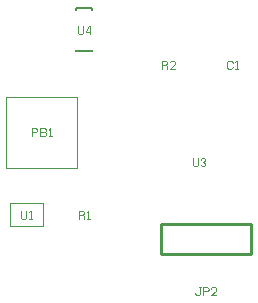
<source format=gto>
G75*
G71*
%OFA0B0*%
%FSLAX23Y23*%
%IPPOS*%
%LPD*%
%ADD10C,0.1*%
%ADD11C,0.111*%
%ADD12C,0.05*%
%ADD13C,0.203*%
%ADD14C,NaN*%
%ADD15C,0.254*%
%LPD*%D10*
X0Y0D02*
X0Y100D01*
X0Y200D01*
X0Y300D01*
X0Y400D01*
X0Y499D01*
X0Y599D01*
X0Y699D01*
X0Y799D01*
X0Y899D01*
X0Y999D01*
X0Y1099D01*
X0Y1199D01*
X0Y1299D01*
X0Y1398D01*
X0Y1498D01*
X0Y1598D01*
X0Y1698D01*
X0Y1798D01*
X0Y1898D01*
X0Y1998D01*
X0Y2098D01*
X0Y2198D01*
X0Y2297D01*
X0Y2397D01*
X0Y2497D01*
X0Y2597D01*
X0Y2697D01*
X0Y2797D01*
X0Y2897D01*
X0Y2997D01*
X0Y3097D01*
X0Y3196D01*
X0Y3296D01*
X0Y3396D01*
X0Y3496D01*
X0Y3596D01*
X0Y3696D01*
X0Y3796D01*
X0Y3896D01*
X0Y3995D01*
X0Y4095D01*
X0Y4195D01*
X0Y4295D01*
X0Y4395D01*
X0Y4495D01*
X0Y4595D01*
X0Y4695D01*
X0Y4795D01*
X0Y4894D01*
X0Y4994D01*
X0Y5094D01*
X0Y5194D01*
X0Y5294D01*
X0Y5394D01*
X0Y5494D01*
X0Y5594D01*
X0Y5694D01*
X0Y5793D01*
X0Y5893D01*
X0Y5993D01*
X0Y6093D01*
X0Y6193D01*
X0Y6293D01*
X0Y6393D01*
X0Y6493D01*
X0Y6593D01*
X0Y6692D01*
X0Y6792D01*
X0Y6892D01*
X0Y6992D01*
X0Y7092D01*
X0Y7192D01*
X0Y7292D01*
X0Y7392D01*
X0Y7492D01*
X0Y7591D01*
X0Y7691D01*
X0Y7791D01*
X0Y7891D01*
X0Y7991D01*
X0Y8091D01*
X0Y8191D01*
X0Y8291D01*
X0Y8391D01*
X0Y8490D01*
X0Y8590D01*
X0Y8690D01*
X0Y8790D01*
X0Y8890D01*
X0Y8990D01*
X0Y9090D01*
X0Y9190D01*
X0Y9290D01*
X0Y9389D01*
X0Y9489D01*
X0Y9589D01*
X0Y9689D01*
X0Y9789D01*
X0Y9889D01*
X0Y9989D01*
X0Y10089D01*
X0Y10188D01*
X0Y10288D01*
X0Y10388D01*
X0Y10488D01*
X0Y10588D01*
X0Y10688D01*
X0Y10788D01*
X0Y10888D01*
X0Y10988D01*
X0Y11087D01*
X0Y11187D01*
X0Y11287D01*
X0Y11387D01*
X0Y11487D01*
X0Y11587D01*
X0Y11687D01*
X0Y11787D01*
X0Y11887D01*
X0Y11986D01*
X0Y12086D01*
X0Y12186D01*
X0Y12286D01*
X0Y12386D01*
X0Y12486D01*
X0Y12586D01*
X0Y12686D01*
X0Y12786D01*
X0Y12885D01*
X0Y12985D01*
X0Y13085D01*
X0Y13185D01*
X0Y13285D01*
X0Y13385D01*
X0Y13485D01*
X0Y13585D01*
X0Y13685D01*
X0Y13784D01*
X0Y13884D01*
X0Y13984D01*
X0Y14084D01*
X0Y14184D01*
X0Y14284D01*
X0Y14384D01*
X0Y14484D01*
X0Y14584D01*
X0Y14683D01*
X0Y14783D01*
X0Y14883D01*
X0Y14983D01*
X0Y15083D01*
X0Y15183D01*
X0Y15283D01*
X0Y15383D01*
X0Y15483D01*
X0Y15582D01*
X0Y15682D01*
X0Y15782D01*
X0Y15882D01*
X0Y15982D01*
X0Y16082D01*
X0Y16182D01*
X0Y16282D01*
X0Y16381D01*
X0Y16481D01*
X0Y16581D01*
X0Y16681D01*
X0Y16781D01*
X0Y16881D01*
X0Y16981D01*
X0Y17081D01*
X0Y17181D01*
X0Y17280D01*
X0Y17380D01*
X0Y17480D01*
X0Y17580D01*
X0Y17680D01*
X0Y17780D01*
X0Y17880D01*
X0Y17980D01*
X0Y18080D01*
X0Y18179D01*
X0Y18279D01*
X0Y18379D01*
X0Y18479D01*
X0Y18579D01*
X0Y18679D01*
X0Y18779D01*
X0Y18879D01*
X0Y18979D01*
X0Y19078D01*
X0Y19178D01*
X0Y19278D01*
X0Y19378D01*
X0Y19478D01*
X0Y19578D01*
X0Y19678D01*
X0Y19778D01*
X0Y19878D01*
X0Y19977D01*
X0Y20077D01*
X0Y20177D01*
X0Y20277D01*
X0Y20377D01*
X0Y20477D01*
X0Y20577D01*
X0Y20677D01*
X0Y20777D01*
X0Y20876D01*
X0Y20976D01*
X0Y21076D01*
X0Y21176D01*
X0Y21276D01*
X0Y21376D01*
X0Y21476D01*
X0Y21576D01*
X0Y21676D01*
X0Y21775D01*
X0Y21875D01*
X0Y21975D01*
X0Y22075D01*
X0Y22175D01*
X0Y22275D01*
X0Y22375D01*
X0Y22475D01*
X0Y22575D01*
X0Y22674D01*
X0Y22774D01*
X0Y22874D01*
X0Y22974D01*
X0Y23074D01*
X0Y23174D01*
X0Y23274D01*
X0Y23374D01*
X0Y23473D01*
X0Y23573D01*
X0Y23673D01*
X0Y23773D01*
X0Y23873D01*
X0Y23973D01*
X0Y24073D01*
X0Y24173D01*
X0Y24273D01*
X0Y24372D01*
X0Y24472D01*
X0Y24572D01*
X0Y24672D01*
X0Y24772D01*
X0Y24872D01*
X0Y24972D01*
X0Y25072D01*
X0Y25172D01*
X0Y25271D01*
X0Y25371D01*
X0Y25471D01*
X0Y25571D01*
X0Y25671D01*
X0Y25771D01*
X0Y25871D01*
X0Y25971D01*
X0Y26071D01*
X0Y26170D01*
X0Y26270D01*
X0Y26370D01*
X0Y26470D01*
X0Y26570D01*
X0Y26670D01*
X0Y26770D01*
X0Y26870D01*
X0Y26970D01*
X0Y27069D01*
X0Y27169D01*
X0Y27269D01*
X0Y27369D01*
X0Y27469D01*
X0Y27569D01*
X0Y27669D01*
X0Y27769D01*
X0Y27869D01*
X0Y27968D01*
X0Y28068D01*
X0Y28168D01*
X0Y28268D01*
X0Y28368D01*
X0Y28468D01*
X0Y28568D01*
X0Y28668D01*
X0Y28768D01*
X0Y28867D01*
X0Y28967D01*
X0Y29067D01*
X0Y29167D01*
X0Y29267D01*
X0Y29367D01*
X0Y29467D01*
X0Y29567D01*
X0Y29667D01*
X0Y29766D01*
X0Y29866D01*
X0Y29966D01*
X0Y30066D01*
X0Y30166D01*
X0Y30266D01*
X0Y30366D01*
X0Y30466D01*
X0Y30565D01*
X0Y30665D01*
X0Y30765D01*
X0Y30865D01*
X0Y30965D01*
X0Y31065D01*
X0Y31165D01*
X0Y31265D01*
X0Y31365D01*
X0Y31464D01*
X0Y31564D01*
X0Y31664D01*
X0Y31764D01*
X0Y31864D01*
X0Y31964D01*
X0Y32064D01*
X0Y32164D01*
X0Y32264D01*
X0Y32363D01*
X0Y32463D01*
X0Y32563D01*
X0Y32663D01*
X0Y32763D01*
X0Y32863D01*
X0Y32963D01*
X0Y33063D01*
X0Y33163D01*
X0Y33262D01*
X0Y33362D01*
X0Y33462D01*
X0Y33562D01*
X0Y33662D01*
X0Y33762D01*
X0Y33862D01*
X0Y33962D01*
X0Y34062D01*
X0Y34161D01*
X0Y34261D01*
X0Y34361D01*
X0Y34461D01*
X0Y34561D01*
X0Y34661D01*
X0Y34761D01*
X0Y34861D01*
X0Y34961D01*
X0Y35060D01*
X0Y35160D01*
X0Y35260D01*
X0Y35360D01*
X0Y35460D01*
X0Y35560D01*
X0Y35660D01*
X0Y35760D01*
X0Y35860D01*
X0Y35959D01*
X0Y36059D01*
X0Y36159D01*
X0Y36259D01*
X0Y36359D01*
X0Y36459D01*
X0Y36559D01*
X0Y36659D01*
X0Y36759D01*
X0Y36858D01*
X0Y36958D01*
X0Y37058D01*
X0Y37158D01*
X0Y37258D01*
X0Y37358D01*
X0Y37458D01*
X0Y37558D01*
X0Y37658D01*
X0Y37757D01*
X0Y37857D01*
X0Y37957D01*
X0Y38057D01*
X0Y38157D01*
X0Y38257D01*
X0Y38357D01*
X0Y38457D01*
X0Y38556D01*
X0Y38656D01*
X0Y38756D01*
X0Y38856D01*
X0Y38956D01*
X0Y39056D01*
X0Y39156D01*
X0Y39256D01*
X0Y39356D01*
X0Y39455D01*
X0Y39555D01*
X0Y39655D01*
X0Y39755D01*
X0Y39855D01*
X0Y39955D01*
X0Y40055D01*
X0Y40155D01*
X0Y40255D01*
X0Y40354D01*
X0Y40454D01*
X0Y40554D01*
X0Y40654D01*
X0Y40754D01*
X0Y40854D01*
X0Y40954D01*
X0Y41054D01*
X0Y41154D01*
X0Y41253D01*
X0Y41353D01*
X0Y41453D01*
X0Y41553D01*
X0Y41653D01*
X0Y41753D01*
X0Y41853D01*
X0Y41953D01*
X0Y42053D01*
X0Y42152D01*
X0Y42252D01*
X0Y42352D01*
X0Y42452D01*
X0Y42552D01*
X0Y42652D01*
X0Y42752D01*
X0Y42852D01*
X0Y42952D01*
X0Y43051D01*
X0Y43151D01*
X0Y43251D01*
X0Y43351D01*
X0Y43451D01*
X0Y43551D01*
X0Y43651D01*
X0Y43751D01*
X0Y43851D01*
X0Y43950D01*
X0Y44050D01*
X0Y44150D01*
X0Y44250D01*
X0Y44350D01*
X0Y44450D01*
X0Y44550D01*
X0Y44650D01*
X0Y44750D01*
X0Y44849D01*
X0Y44949D01*
X0Y45049D01*
X0Y45149D01*
X0Y45249D01*
X0Y45349D01*
X0Y45449D01*
X0Y45549D01*
X0Y45649D01*
X0Y45748D01*
X0Y45848D01*
X0Y45948D01*
X0Y46048D01*
X0Y46148D01*
X0Y46248D01*
X0Y46348D01*
X0Y46448D01*
X0Y46548D01*
X0Y46647D01*
X0Y46747D01*
X0Y46847D01*
X0Y46947D01*
X0Y47047D01*
X0Y47147D01*
X0Y47247D01*
X0Y47347D01*
X0Y47447D01*
X0Y47546D01*
X0Y47646D01*
X0Y47746D01*
X0Y47846D01*
X0Y47946D01*
X0Y48046D01*
X0Y48146D01*
X0Y48246D01*
X0Y48346D01*
X0Y48445D01*
X0Y48545D01*
X0Y48645D01*
X0Y48745D01*
X0Y48845D01*
X0Y48945D01*
X0Y49045D01*
X0Y49145D01*
X0Y49244D01*
X0Y49344D01*
X0Y49444D01*
X0Y49544D01*
X0Y49644D01*
X0Y49744D01*
X0Y49844D01*
X0Y49944D01*
X0Y50044D01*
X0Y50143D01*
X0Y50243D01*
X0Y50343D01*
X0Y50443D01*
X0Y50543D01*
X0Y50643D01*
X0Y50743D01*
X0Y50843D01*
X0Y50943D01*
X0Y51043D01*
X0Y51142D01*
X0Y51242D01*
X0Y51342D01*
X0Y51442D01*
X0Y51542D01*
X0Y51642D01*
X0Y51742D01*
X0Y51842D01*
X0Y51942D01*
X0Y52041D01*
X0Y52141D01*
X0Y52241D01*
X0Y52341D01*
X0Y52441D01*
X0Y52541D01*
X0Y52641D01*
X0Y52741D01*
X0Y52841D01*
X0Y52940D01*
X0Y53040D01*
X0Y53140D01*
X0Y53240D01*
X0Y53340D01*
X100Y53340D01*
X200Y53340D01*
X300Y53340D01*
X400Y53340D01*
X500Y53340D01*
X599Y53340D01*
X699Y53340D01*
X799Y53340D01*
X899Y53340D01*
X999Y53340D01*
X1099Y53340D01*
X1199Y53340D01*
X1299Y53340D01*
X1399Y53340D01*
X1499Y53340D01*
X1599Y53340D01*
X1699Y53340D01*
X1798Y53340D01*
X1898Y53340D01*
X1998Y53340D01*
X2098Y53340D01*
X2198Y53340D01*
X2298Y53340D01*
X2398Y53340D01*
X2498Y53340D01*
X2598Y53340D01*
X2698Y53340D01*
X2798Y53340D01*
X2897Y53340D01*
X2997Y53340D01*
X3097Y53340D01*
X3197Y53340D01*
X3297Y53340D01*
X3397Y53340D01*
X3497Y53340D01*
X3597Y53340D01*
X3697Y53340D01*
X3797Y53340D01*
X3897Y53340D01*
X3996Y53340D01*
X4096Y53340D01*
X4196Y53340D01*
X4296Y53340D01*
X4396Y53340D01*
X4496Y53340D01*
X4596Y53340D01*
X4696Y53340D01*
X4796Y53340D01*
X4896Y53340D01*
X4996Y53340D01*
X5096Y53340D01*
X5195Y53340D01*
X5295Y53340D01*
X5395Y53340D01*
X5495Y53340D01*
X5595Y53340D01*
X5695Y53340D01*
X5795Y53340D01*
X5895Y53340D01*
X5995Y53340D01*
X6095Y53340D01*
X6195Y53340D01*
X6294Y53340D01*
X6394Y53340D01*
X6494Y53340D01*
X6594Y53340D01*
X6694Y53340D01*
X6794Y53340D01*
X6894Y53340D01*
X6994Y53340D01*
X7094Y53340D01*
X7194Y53340D01*
X7294Y53340D01*
X7393Y53340D01*
X7493Y53340D01*
X7593Y53340D01*
X7693Y53340D01*
X7793Y53340D01*
X7893Y53340D01*
X7993Y53340D01*
X8093Y53340D01*
X8193Y53340D01*
X8293Y53340D01*
X8393Y53340D01*
X8493Y53340D01*
X8592Y53340D01*
X8692Y53340D01*
X8792Y53340D01*
X8892Y53340D01*
X8992Y53340D01*
X9092Y53340D01*
X9192Y53340D01*
X9292Y53340D01*
X9392Y53340D01*
X9492Y53340D01*
X9592Y53340D01*
X9691Y53340D01*
X9791Y53340D01*
X9891Y53340D01*
X9991Y53340D01*
X10091Y53340D01*
X10191Y53340D01*
X10291Y53340D01*
X10391Y53340D01*
X10491Y53340D01*
X10591Y53340D01*
X10691Y53340D01*
X10791Y53340D01*
X10890Y53340D01*
X10990Y53340D01*
X11090Y53340D01*
X11190Y53340D01*
X11290Y53340D01*
X11390Y53340D01*
X11490Y53340D01*
X11590Y53340D01*
X11690Y53340D01*
X11790Y53340D01*
X11890Y53340D01*
X11989Y53340D01*
X12089Y53340D01*
X12189Y53340D01*
X12289Y53340D01*
X12389Y53340D01*
X12489Y53340D01*
X12589Y53340D01*
X12689Y53340D01*
X12789Y53340D01*
X12889Y53340D01*
X12989Y53340D01*
X13088Y53340D01*
X13188Y53340D01*
X13288Y53340D01*
X13388Y53340D01*
X13488Y53340D01*
X13588Y53340D01*
X13688Y53340D01*
X13788Y53340D01*
X13888Y53340D01*
X13988Y53340D01*
X14088Y53340D01*
X14188Y53340D01*
X14287Y53340D01*
X14387Y53340D01*
X14487Y53340D01*
X14587Y53340D01*
X14687Y53340D01*
X14787Y53340D01*
X14887Y53340D01*
X14987Y53340D01*
X15087Y53340D01*
X15187Y53340D01*
X15287Y53340D01*
X15386Y53340D01*
X15486Y53340D01*
X15586Y53340D01*
X15686Y53340D01*
X15786Y53340D01*
X15886Y53340D01*
X15986Y53340D01*
X16086Y53340D01*
X16186Y53340D01*
X16286Y53340D01*
X16386Y53340D01*
X16485Y53340D01*
X16585Y53340D01*
X16685Y53340D01*
X16785Y53340D01*
X16885Y53340D01*
X16985Y53340D01*
X17085Y53340D01*
X17185Y53340D01*
X17285Y53340D01*
X17385Y53340D01*
X17485Y53340D01*
X17585Y53340D01*
X17684Y53340D01*
X17784Y53340D01*
X17884Y53340D01*
X17984Y53340D01*
X18084Y53340D01*
X18184Y53340D01*
X18284Y53340D01*
X18384Y53340D01*
X18484Y53340D01*
X18584Y53340D01*
X18684Y53340D01*
X18783Y53340D01*
X18883Y53340D01*
X18983Y53340D01*
X19083Y53340D01*
X19183Y53340D01*
X19283Y53340D01*
X19383Y53340D01*
X19483Y53340D01*
X19583Y53340D01*
X19683Y53340D01*
X19783Y53340D01*
X19883Y53340D01*
X19982Y53340D01*
X20082Y53340D01*
X20182Y53340D01*
X20282Y53340D01*
X20382Y53340D01*
X20482Y53340D01*
X20582Y53340D01*
X20682Y53340D01*
X20782Y53340D01*
X20882Y53340D01*
X20982Y53340D01*
X21081Y53340D01*
X21181Y53340D01*
X21281Y53340D01*
X21381Y53340D01*
X21481Y53340D01*
X21581Y53340D01*
X21681Y53340D01*
X21781Y53340D01*
X21881Y53340D01*
X21981Y53340D01*
X22081Y53340D01*
X22180Y53340D01*
X22280Y53340D01*
X22380Y53340D01*
X22480Y53340D01*
X22580Y53340D01*
X22680Y53340D01*
X22780Y53340D01*
X22880Y53340D01*
X22980Y53340D01*
X23080Y53340D01*
X23180Y53340D01*
X23280Y53340D01*
X23379Y53340D01*
X23479Y53340D01*
X23579Y53340D01*
X23679Y53340D01*
X23779Y53340D01*
X23879Y53340D01*
X23979Y53340D01*
X24079Y53340D01*
X24179Y53340D01*
X24279Y53340D01*
X24379Y53340D01*
X24478Y53340D01*
X24578Y53340D01*
X24678Y53340D01*
X24778Y53340D01*
X24878Y53340D01*
X24978Y53340D01*
X25078Y53340D01*
X25178Y53340D01*
X25278Y53340D01*
X25378Y53340D01*
X25478Y53340D01*
X25578Y53340D01*
X25677Y53340D01*
X25777Y53340D01*
X25877Y53340D01*
X25977Y53340D01*
X26077Y53340D01*
X26177Y53340D01*
X26277Y53340D01*
X26377Y53340D01*
X26477Y53340D01*
X26577Y53340D01*
X26677Y53340D01*
X26776Y53340D01*
X26876Y53340D01*
X26976Y53340D01*
X27076Y53340D01*
X27176Y53340D01*
X27276Y53340D01*
X27376Y53340D01*
X27476Y53340D01*
X27576Y53340D01*
X27676Y53340D01*
X27776Y53340D01*
X27875Y53340D01*
X27975Y53340D01*
X28075Y53340D01*
X28175Y53340D01*
X28275Y53340D01*
X28375Y53340D01*
X28475Y53340D01*
X28575Y53340D01*
X28675Y53340D01*
X28775Y53340D01*
X28875Y53340D01*
X28975Y53340D01*
X29074Y53340D01*
X29174Y53340D01*
X29274Y53340D01*
X29374Y53340D01*
X29474Y53340D01*
X29574Y53340D01*
X29674Y53340D01*
X29774Y53340D01*
X29874Y53340D01*
X29974Y53340D01*
X30074Y53340D01*
X30173Y53340D01*
X30273Y53340D01*
X30373Y53340D01*
X30473Y53340D01*
X30573Y53340D01*
X30673Y53340D01*
X30773Y53340D01*
X30873Y53340D01*
X30973Y53340D01*
X31073Y53340D01*
X31173Y53340D01*
X31273Y53340D01*
X31372Y53340D01*
X31472Y53340D01*
X31572Y53340D01*
X31672Y53340D01*
X31772Y53340D01*
X31872Y53340D01*
X31972Y53340D01*
X32072Y53340D01*
X32172Y53340D01*
X32272Y53340D01*
X32372Y53340D01*
X32471Y53340D01*
X32571Y53340D01*
X32671Y53340D01*
X32771Y53340D01*
X32871Y53340D01*
X32971Y53340D01*
X33071Y53340D01*
X33171Y53340D01*
X33271Y53340D01*
X33371Y53340D01*
X33471Y53340D01*
X33571Y53340D01*
X33670Y53340D01*
X33770Y53340D01*
X33870Y53340D01*
X33970Y53340D01*
X34070Y53340D01*
X34170Y53340D01*
X34270Y53340D01*
X34370Y53340D01*
X34470Y53340D01*
X34570Y53340D01*
X34670Y53340D01*
X34769Y53340D01*
X34869Y53340D01*
X34969Y53340D01*
X35069Y53340D01*
X35169Y53340D01*
X35269Y53340D01*
X35369Y53340D01*
X35469Y53340D01*
X35569Y53340D01*
X35669Y53340D01*
X35769Y53340D01*
X35868Y53340D01*
X35968Y53340D01*
X36068Y53340D01*
X36168Y53340D01*
X36268Y53340D01*
X36368Y53340D01*
X36468Y53340D01*
X36568Y53340D01*
X36668Y53340D01*
X36768Y53340D01*
X36868Y53340D01*
X36968Y53340D01*
X37067Y53340D01*
X37167Y53340D01*
X37267Y53340D01*
X37367Y53340D01*
X37467Y53340D01*
X37567Y53340D01*
X37667Y53340D01*
X37767Y53340D01*
X37867Y53340D01*
X37967Y53340D01*
X38067Y53340D01*
X38166Y53340D01*
X38266Y53340D01*
X38366Y53340D01*
X38466Y53340D01*
X38566Y53340D01*
X38666Y53340D01*
X38766Y53340D01*
X38866Y53340D01*
X38966Y53340D01*
X39066Y53340D01*
X39166Y53340D01*
X39265Y53340D01*
X39365Y53340D01*
X39465Y53340D01*
X39565Y53340D01*
X39665Y53340D01*
X39765Y53340D01*
X39865Y53340D01*
X39965Y53340D01*
X40065Y53340D01*
X40165Y53340D01*
X40265Y53340D01*
X40365Y53340D01*
X40464Y53340D01*
X40564Y53340D01*
X40664Y53340D01*
X40764Y53340D01*
X40864Y53340D01*
X40964Y53340D01*
X41064Y53340D01*
X41164Y53340D01*
X41264Y53340D01*
X41364Y53340D01*
X41464Y53340D01*
X41563Y53340D01*
X41663Y53340D01*
X41763Y53340D01*
X41863Y53340D01*
X41963Y53340D01*
X42063Y53340D01*
X42163Y53340D01*
X42263Y53340D01*
X42363Y53340D01*
X42463Y53340D01*
X42563Y53340D01*
X42663Y53340D01*
X42762Y53340D01*
X42862Y53340D01*
X42962Y53340D01*
X43062Y53340D01*
X43162Y53340D01*
X43262Y53340D01*
X43362Y53340D01*
X43462Y53340D01*
X43562Y53340D01*
X43662Y53340D01*
X43762Y53340D01*
X43861Y53340D01*
X43961Y53340D01*
X44061Y53340D01*
X44161Y53340D01*
X44261Y53340D01*
X44361Y53340D01*
X44461Y53340D01*
X44561Y53340D01*
X44661Y53340D01*
X44761Y53340D01*
X44861Y53340D01*
X44961Y53340D01*
X45060Y53340D01*
X45160Y53340D01*
X45260Y53340D01*
X45360Y53340D01*
X45460Y53340D01*
X45560Y53340D01*
X45660Y53340D01*
X45760Y53340D01*
X45860Y53340D01*
X45960Y53340D01*
X46060Y53340D01*
X46159Y53340D01*
X46259Y53340D01*
X46359Y53340D01*
X46459Y53340D01*
X46559Y53340D01*
X46659Y53340D01*
X46759Y53340D01*
X46859Y53340D01*
X46959Y53340D01*
X47059Y53340D01*
X47159Y53340D01*
X47259Y53340D01*
X47358Y53340D01*
X47458Y53340D01*
X47558Y53340D01*
X47658Y53340D01*
X47758Y53340D01*
X47858Y53340D01*
X47958Y53340D01*
X48058Y53340D01*
X48158Y53340D01*
X48258Y53340D01*
X48358Y53340D01*
X48457Y53340D01*
X48557Y53340D01*
X48657Y53340D01*
X48757Y53340D01*
X48857Y53340D01*
X48957Y53340D01*
X49057Y53340D01*
X49157Y53340D01*
X49257Y53340D01*
X49357Y53340D01*
X49457Y53340D01*
X49557Y53340D01*
X49656Y53340D01*
X49756Y53340D01*
X49856Y53340D01*
X49956Y53340D01*
X50056Y53340D01*
X50156Y53340D01*
X50256Y53340D01*
X50356Y53340D01*
X50456Y53340D01*
X50556Y53340D01*
X50656Y53340D01*
X50755Y53340D01*
X50855Y53340D01*
X50955Y53340D01*
X51055Y53340D01*
X51155Y53340D01*
X51255Y53340D01*
X51355Y53340D01*
X51455Y53340D01*
X51555Y53340D01*
X51655Y53340D01*
X51755Y53340D01*
X51855Y53340D01*
X51954Y53340D01*
X52054Y53340D01*
X52154Y53340D01*
X52254Y53340D01*
X52354Y53340D01*
X52454Y53340D01*
X52554Y53340D01*
X52654Y53340D01*
X52754Y53340D01*
X52854Y53340D01*
X52954Y53340D01*
X53053Y53340D01*
X53153Y53340D01*
X53253Y53340D01*
X53353Y53340D01*
X53453Y53340D01*
X53553Y53340D01*
X53653Y53340D01*
X53753Y53340D01*
X53853Y53340D01*
X53953Y53340D01*
X54053Y53340D01*
X54153Y53340D01*
X54252Y53340D01*
X54352Y53340D01*
X54452Y53340D01*
X54552Y53340D01*
X54652Y53340D01*
X54752Y53340D01*
X54852Y53340D01*
X54952Y53340D01*
X55052Y53340D01*
X55152Y53340D01*
X55252Y53340D01*
X55351Y53340D01*
X55451Y53340D01*
X55551Y53340D01*
X55651Y53340D01*
X55751Y53340D01*
X55851Y53340D01*
X55951Y53340D01*
X56051Y53340D01*
X56151Y53340D01*
X56251Y53340D01*
X56351Y53340D01*
X56451Y53340D01*
X56550Y53340D01*
X56650Y53340D01*
X56750Y53340D01*
X56850Y53340D01*
X56950Y53340D01*
X57050Y53340D01*
X57150Y53340D01*
X57150Y53240D01*
X57150Y53140D01*
X57150Y53040D01*
X57150Y52940D01*
X57150Y52841D01*
X57150Y52741D01*
X57150Y52641D01*
X57150Y52541D01*
X57150Y52441D01*
X57150Y52341D01*
X57150Y52241D01*
X57150Y52141D01*
X57150Y52041D01*
X57150Y51942D01*
X57150Y51842D01*
X57150Y51742D01*
X57150Y51642D01*
X57150Y51542D01*
X57150Y51442D01*
X57150Y51342D01*
X57150Y51242D01*
X57150Y51142D01*
X57150Y51043D01*
X57150Y50943D01*
X57150Y50843D01*
X57150Y50743D01*
X57150Y50643D01*
X57150Y50543D01*
X57150Y50443D01*
X57150Y50343D01*
X57150Y50243D01*
X57150Y50144D01*
X57150Y50044D01*
X57150Y49944D01*
X57150Y49844D01*
X57150Y49744D01*
X57150Y49644D01*
X57150Y49544D01*
X57150Y49444D01*
X57150Y49345D01*
X57150Y49245D01*
X57150Y49145D01*
X57150Y49045D01*
X57150Y48945D01*
X57150Y48845D01*
X57150Y48745D01*
X57150Y48645D01*
X57150Y48545D01*
X57150Y48446D01*
X57150Y48346D01*
X57150Y48246D01*
X57150Y48146D01*
X57150Y48046D01*
X57150Y47946D01*
X57150Y47846D01*
X57150Y47746D01*
X57150Y47646D01*
X57150Y47547D01*
X57150Y47447D01*
X57150Y47347D01*
X57150Y47247D01*
X57150Y47147D01*
X57150Y47047D01*
X57150Y46947D01*
X57150Y46847D01*
X57150Y46747D01*
X57150Y46648D01*
X57150Y46548D01*
X57150Y46448D01*
X57150Y46348D01*
X57150Y46248D01*
X57150Y46148D01*
X57150Y46048D01*
X57150Y45948D01*
X57150Y45848D01*
X57150Y45749D01*
X57150Y45649D01*
X57150Y45549D01*
X57150Y45449D01*
X57150Y45349D01*
X57150Y45249D01*
X57150Y45149D01*
X57150Y45049D01*
X57150Y44949D01*
X57150Y44850D01*
X57150Y44750D01*
X57150Y44650D01*
X57150Y44550D01*
X57150Y44450D01*
X57150Y44350D01*
X57150Y44250D01*
X57150Y44150D01*
X57150Y44050D01*
X57150Y43951D01*
X57150Y43851D01*
X57150Y43751D01*
X57150Y43651D01*
X57150Y43551D01*
X57150Y43451D01*
X57150Y43351D01*
X57150Y43251D01*
X57150Y43152D01*
X57150Y43052D01*
X57150Y42952D01*
X57150Y42852D01*
X57150Y42752D01*
X57150Y42652D01*
X57150Y42552D01*
X57150Y42452D01*
X57150Y42352D01*
X57150Y42253D01*
X57150Y42153D01*
X57150Y42053D01*
X57150Y41953D01*
X57150Y41853D01*
X57150Y41753D01*
X57150Y41653D01*
X57150Y41553D01*
X57150Y41453D01*
X57150Y41354D01*
X57150Y41254D01*
X57150Y41154D01*
X57150Y41054D01*
X57150Y40954D01*
X57150Y40854D01*
X57150Y40754D01*
X57150Y40654D01*
X57150Y40554D01*
X57150Y40455D01*
X57150Y40355D01*
X57150Y40255D01*
X57150Y40155D01*
X57150Y40055D01*
X57150Y39955D01*
X57150Y39855D01*
X57150Y39755D01*
X57150Y39655D01*
X57150Y39556D01*
X57150Y39456D01*
X57150Y39356D01*
X57150Y39256D01*
X57150Y39156D01*
X57150Y39056D01*
X57150Y38956D01*
X57150Y38856D01*
X57150Y38756D01*
X57150Y38657D01*
X57150Y38557D01*
X57150Y38457D01*
X57150Y38357D01*
X57150Y38257D01*
X57150Y38157D01*
X57150Y38057D01*
X57150Y37957D01*
X57150Y37857D01*
X57150Y37758D01*
X57150Y37658D01*
X57150Y37558D01*
X57150Y37458D01*
X57150Y37358D01*
X57150Y37258D01*
X57150Y37158D01*
X57150Y37058D01*
X57150Y36959D01*
X57150Y36859D01*
X57150Y36759D01*
X57150Y36659D01*
X57150Y36559D01*
X57150Y36459D01*
X57150Y36359D01*
X57150Y36259D01*
X57150Y36159D01*
X57150Y36060D01*
X57150Y35960D01*
X57150Y35860D01*
X57150Y35760D01*
X57150Y35660D01*
X57150Y35560D01*
X57150Y35460D01*
X57150Y35360D01*
X57150Y35260D01*
X57150Y35161D01*
X57150Y35061D01*
X57150Y34961D01*
X57150Y34861D01*
X57150Y34761D01*
X57150Y34661D01*
X57150Y34561D01*
X57150Y34461D01*
X57150Y34361D01*
X57150Y34262D01*
X57150Y34162D01*
X57150Y34062D01*
X57150Y33962D01*
X57150Y33862D01*
X57150Y33762D01*
X57150Y33662D01*
X57150Y33562D01*
X57150Y33462D01*
X57150Y33363D01*
X57150Y33263D01*
X57150Y33163D01*
X57150Y33063D01*
X57150Y32963D01*
X57150Y32863D01*
X57150Y32763D01*
X57150Y32663D01*
X57150Y32563D01*
X57150Y32464D01*
X57150Y32364D01*
X57150Y32264D01*
X57150Y32164D01*
X57150Y32064D01*
X57150Y31964D01*
X57150Y31864D01*
X57150Y31764D01*
X57150Y31664D01*
X57150Y31565D01*
X57150Y31465D01*
X57150Y31365D01*
X57150Y31265D01*
X57150Y31165D01*
X57150Y31065D01*
X57150Y30965D01*
X57150Y30865D01*
X57150Y30765D01*
X57150Y30666D01*
X57150Y30566D01*
X57150Y30466D01*
X57150Y30366D01*
X57150Y30266D01*
X57150Y30166D01*
X57150Y30066D01*
X57150Y29966D01*
X57150Y29867D01*
X57150Y29767D01*
X57150Y29667D01*
X57150Y29567D01*
X57150Y29467D01*
X57150Y29367D01*
X57150Y29267D01*
X57150Y29167D01*
X57150Y29067D01*
X57150Y28968D01*
X57150Y28868D01*
X57150Y28768D01*
X57150Y28668D01*
X57150Y28568D01*
X57150Y28468D01*
X57150Y28368D01*
X57150Y28268D01*
X57150Y28168D01*
X57150Y28069D01*
X57150Y27969D01*
X57150Y27869D01*
X57150Y27769D01*
X57150Y27669D01*
X57150Y27569D01*
X57150Y27469D01*
X57150Y27369D01*
X57150Y27269D01*
X57150Y27170D01*
X57150Y27070D01*
X57150Y26970D01*
X57150Y26870D01*
X57150Y26770D01*
X57150Y26670D01*
X57150Y26570D01*
X57150Y26470D01*
X57150Y26370D01*
X57150Y26271D01*
X57150Y26171D01*
X57150Y26071D01*
X57150Y25971D01*
X57150Y25871D01*
X57150Y25771D01*
X57150Y25671D01*
X57150Y25571D01*
X57150Y25471D01*
X57150Y25372D01*
X57150Y25272D01*
X57150Y25172D01*
X57150Y25072D01*
X57150Y24972D01*
X57150Y24872D01*
X57150Y24772D01*
X57150Y24672D01*
X57150Y24572D01*
X57150Y24473D01*
X57150Y24373D01*
X57150Y24273D01*
X57150Y24173D01*
X57150Y24073D01*
X57150Y23973D01*
X57150Y23873D01*
X57150Y23773D01*
X57150Y23673D01*
X57150Y23574D01*
X57150Y23474D01*
X57150Y23374D01*
X57150Y23274D01*
X57150Y23174D01*
X57150Y23074D01*
X57150Y22974D01*
X57150Y22874D01*
X57150Y22775D01*
X57150Y22675D01*
X57150Y22575D01*
X57150Y22475D01*
X57150Y22375D01*
X57150Y22275D01*
X57150Y22175D01*
X57150Y22075D01*
X57150Y21975D01*
X57150Y21876D01*
X57150Y21776D01*
X57150Y21676D01*
X57150Y21576D01*
X57150Y21476D01*
X57150Y21376D01*
X57150Y21276D01*
X57150Y21176D01*
X57150Y21076D01*
X57150Y20977D01*
X57150Y20877D01*
X57150Y20777D01*
X57150Y20677D01*
X57150Y20577D01*
X57150Y20477D01*
X57150Y20377D01*
X57150Y20277D01*
X57150Y20177D01*
X57150Y20078D01*
X57150Y19978D01*
X57150Y19878D01*
X57150Y19778D01*
X57150Y19678D01*
X57150Y19578D01*
X57150Y19478D01*
X57150Y19378D01*
X57150Y19278D01*
X57150Y19179D01*
X57150Y19079D01*
X57150Y18979D01*
X57150Y18879D01*
X57150Y18779D01*
X57150Y18679D01*
X57150Y18579D01*
X57150Y18479D01*
X57150Y18379D01*
X57150Y18280D01*
X57150Y18180D01*
X57150Y18080D01*
X57150Y17980D01*
X57150Y17880D01*
X57150Y17780D01*
X57150Y17680D01*
X57150Y17580D01*
X57150Y17480D01*
X57150Y17381D01*
X57150Y17281D01*
X57150Y17181D01*
X57150Y17081D01*
X57150Y16981D01*
X57150Y16881D01*
X57150Y16781D01*
X57150Y16681D01*
X57150Y16581D01*
X57150Y16482D01*
X57150Y16382D01*
X57150Y16282D01*
X57150Y16182D01*
X57150Y16082D01*
X57150Y15982D01*
X57150Y15882D01*
X57150Y15782D01*
X57150Y15682D01*
X57150Y15583D01*
X57150Y15483D01*
X57150Y15383D01*
X57150Y15283D01*
X57150Y15183D01*
X57150Y15083D01*
X57150Y14983D01*
X57150Y14883D01*
X57150Y14784D01*
X57150Y14684D01*
X57150Y14584D01*
X57150Y14484D01*
X57150Y14384D01*
X57150Y14284D01*
X57150Y14184D01*
X57150Y14084D01*
X57150Y13984D01*
X57150Y13885D01*
X57150Y13785D01*
X57150Y13685D01*
X57150Y13585D01*
X57150Y13485D01*
X57150Y13385D01*
X57150Y13285D01*
X57150Y13185D01*
X57150Y13085D01*
X57150Y12986D01*
X57150Y12886D01*
X57150Y12786D01*
X57150Y12686D01*
X57150Y12586D01*
X57150Y12486D01*
X57150Y12386D01*
X57150Y12286D01*
X57150Y12186D01*
X57150Y12087D01*
X57150Y11987D01*
X57150Y11887D01*
X57150Y11787D01*
X57150Y11687D01*
X57150Y11587D01*
X57150Y11487D01*
X57150Y11387D01*
X57150Y11287D01*
X57150Y11188D01*
X57150Y11088D01*
X57150Y10988D01*
X57150Y10888D01*
X57150Y10788D01*
X57150Y10688D01*
X57150Y10588D01*
X57150Y10488D01*
X57150Y10388D01*
X57150Y10289D01*
X57150Y10189D01*
X57150Y10089D01*
X57150Y9989D01*
X57150Y9889D01*
X57150Y9789D01*
X57150Y9689D01*
X57150Y9589D01*
X57150Y9489D01*
X57150Y9390D01*
X57150Y9290D01*
X57150Y9190D01*
X57150Y9090D01*
X57150Y8990D01*
X57150Y8890D01*
X57150Y8790D01*
X57150Y8690D01*
X57150Y8590D01*
X57150Y8491D01*
X57150Y8391D01*
X57150Y8291D01*
X57150Y8191D01*
X57150Y8091D01*
X57150Y7991D01*
X57150Y7891D01*
X57150Y7791D01*
X57150Y7691D01*
X57150Y7592D01*
X57150Y7492D01*
X57150Y7392D01*
X57150Y7292D01*
X57150Y7192D01*
X57150Y7092D01*
X57150Y6992D01*
X57150Y6892D01*
X57150Y6792D01*
X57150Y6693D01*
X57150Y6593D01*
X57150Y6493D01*
X57150Y6393D01*
X57150Y6293D01*
X57150Y6193D01*
X57150Y6093D01*
X57150Y5993D01*
X57150Y5893D01*
X57150Y5794D01*
X57150Y5694D01*
X57150Y5594D01*
X57150Y5494D01*
X57150Y5394D01*
X57150Y5294D01*
X57150Y5194D01*
X57150Y5094D01*
X57150Y4994D01*
X57150Y4895D01*
X57150Y4795D01*
X57150Y4695D01*
X57150Y4595D01*
X57150Y4495D01*
X57150Y4395D01*
X57150Y4295D01*
X57150Y4195D01*
X57150Y4096D01*
X57150Y3996D01*
X57150Y3896D01*
X57150Y3796D01*
X57150Y3696D01*
X57150Y3596D01*
X57150Y3496D01*
X57150Y3396D01*
X57150Y3296D01*
X57150Y3197D01*
X57150Y3097D01*
X57150Y2997D01*
X57150Y2897D01*
X57150Y2797D01*
X57150Y2697D01*
X57150Y2597D01*
X57150Y2497D01*
X57150Y2397D01*
X57150Y2297D01*
X57150Y2198D01*
X57150Y2098D01*
X57150Y1998D01*
X57150Y1898D01*
X57150Y1798D01*
X57150Y1698D01*
X57150Y1598D01*
X57150Y1498D01*
X57150Y1398D01*
X57150Y1299D01*
X57150Y1199D01*
X57150Y1099D01*
X57150Y999D01*
X57150Y899D01*
X57150Y799D01*
X57150Y699D01*
X57150Y599D01*
X57150Y499D01*
X57150Y400D01*
X57150Y300D01*
X57150Y200D01*
X57150Y100D01*
X57150Y0D01*
X57050Y0D01*
X56950Y0D01*
X56850Y0D01*
X56750Y0D01*
X56650Y0D01*
X56551Y0D01*
X56451Y0D01*
X56351Y0D01*
X56251Y0D01*
X56151Y0D01*
X56051Y0D01*
X55951Y0D01*
X55851Y0D01*
X55751Y0D01*
X55651Y0D01*
X55551Y0D01*
X55451Y0D01*
X55352Y0D01*
X55252Y0D01*
X55152Y0D01*
X55052Y0D01*
X54952Y0D01*
X54852Y0D01*
X54752Y0D01*
X54652Y0D01*
X54552Y0D01*
X54452Y0D01*
X54352Y0D01*
X54253Y0D01*
X54153Y0D01*
X54053Y0D01*
X53953Y0D01*
X53853Y0D01*
X53753Y0D01*
X53653Y0D01*
X53553Y0D01*
X53453Y0D01*
X53353Y0D01*
X53253Y0D01*
X53154Y0D01*
X53054Y0D01*
X52954Y0D01*
X52854Y0D01*
X52754Y0D01*
X52654Y0D01*
X52554Y0D01*
X52454Y0D01*
X52354Y0D01*
X52254Y0D01*
X52154Y0D01*
X52054Y0D01*
X51955Y0D01*
X51855Y0D01*
X51755Y0D01*
X51655Y0D01*
X51555Y0D01*
X51455Y0D01*
X51355Y0D01*
X51255Y0D01*
X51155Y0D01*
X51055Y0D01*
X50955Y0D01*
X50856Y0D01*
X50756Y0D01*
X50656Y0D01*
X50556Y0D01*
X50456Y0D01*
X50356Y0D01*
X50256Y0D01*
X50156Y0D01*
X50056Y0D01*
X49956Y0D01*
X49856Y0D01*
X49757Y0D01*
X49657Y0D01*
X49557Y0D01*
X49457Y0D01*
X49357Y0D01*
X49257Y0D01*
X49157Y0D01*
X49057Y0D01*
X48957Y0D01*
X48857Y0D01*
X48757Y0D01*
X48657Y0D01*
X48558Y0D01*
X48458Y0D01*
X48358Y0D01*
X48258Y0D01*
X48158Y0D01*
X48058Y0D01*
X47958Y0D01*
X47858Y0D01*
X47758Y0D01*
X47658Y0D01*
X47558Y0D01*
X47459Y0D01*
X47359Y0D01*
X47259Y0D01*
X47159Y0D01*
X47059Y0D01*
X46959Y0D01*
X46859Y0D01*
X46759Y0D01*
X46659Y0D01*
X46559Y0D01*
X46459Y0D01*
X46359Y0D01*
X46260Y0D01*
X46160Y0D01*
X46060Y0D01*
X45960Y0D01*
X45860Y0D01*
X45760Y0D01*
X45660Y0D01*
X45560Y0D01*
X45460Y0D01*
X45360Y0D01*
X45260Y0D01*
X45161Y0D01*
X45061Y0D01*
X44961Y0D01*
X44861Y0D01*
X44761Y0D01*
X44661Y0D01*
X44561Y0D01*
X44461Y0D01*
X44361Y0D01*
X44261Y0D01*
X44161Y0D01*
X44062Y0D01*
X43962Y0D01*
X43862Y0D01*
X43762Y0D01*
X43662Y0D01*
X43562Y0D01*
X43462Y0D01*
X43362Y0D01*
X43262Y0D01*
X43162Y0D01*
X43062Y0D01*
X42962Y0D01*
X42863Y0D01*
X42763Y0D01*
X42663Y0D01*
X42563Y0D01*
X42463Y0D01*
X42363Y0D01*
X42263Y0D01*
X42163Y0D01*
X42063Y0D01*
X41963Y0D01*
X41863Y0D01*
X41764Y0D01*
X41664Y0D01*
X41564Y0D01*
X41464Y0D01*
X41364Y0D01*
X41264Y0D01*
X41164Y0D01*
X41064Y0D01*
X40964Y0D01*
X40864Y0D01*
X40764Y0D01*
X40665Y0D01*
X40565Y0D01*
X40465Y0D01*
X40365Y0D01*
X40265Y0D01*
X40165Y0D01*
X40065Y0D01*
X39965Y0D01*
X39865Y0D01*
X39765Y0D01*
X39665Y0D01*
X39565Y0D01*
X39466Y0D01*
X39366Y0D01*
X39266Y0D01*
X39166Y0D01*
X39066Y0D01*
X38966Y0D01*
X38866Y0D01*
X38766Y0D01*
X38666Y0D01*
X38566Y0D01*
X38466Y0D01*
X38367Y0D01*
X38267Y0D01*
X38167Y0D01*
X38067Y0D01*
X37967Y0D01*
X37867Y0D01*
X37767Y0D01*
X37667Y0D01*
X37567Y0D01*
X37467Y0D01*
X37367Y0D01*
X37267Y0D01*
X37168Y0D01*
X37068Y0D01*
X36968Y0D01*
X36868Y0D01*
X36768Y0D01*
X36668Y0D01*
X36568Y0D01*
X36468Y0D01*
X36368Y0D01*
X36268Y0D01*
X36168Y0D01*
X36069Y0D01*
X35969Y0D01*
X35869Y0D01*
X35769Y0D01*
X35669Y0D01*
X35569Y0D01*
X35469Y0D01*
X35369Y0D01*
X35269Y0D01*
X35169Y0D01*
X35069Y0D01*
X34970Y0D01*
X34870Y0D01*
X34770Y0D01*
X34670Y0D01*
X34570Y0D01*
X34470Y0D01*
X34370Y0D01*
X34270Y0D01*
X34170Y0D01*
X34070Y0D01*
X33970Y0D01*
X33870Y0D01*
X33771Y0D01*
X33671Y0D01*
X33571Y0D01*
X33471Y0D01*
X33371Y0D01*
X33271Y0D01*
X33171Y0D01*
X33071Y0D01*
X32971Y0D01*
X32871Y0D01*
X32771Y0D01*
X32672Y0D01*
X32572Y0D01*
X32472Y0D01*
X32372Y0D01*
X32272Y0D01*
X32172Y0D01*
X32072Y0D01*
X31972Y0D01*
X31872Y0D01*
X31772Y0D01*
X31672Y0D01*
X31572Y0D01*
X31473Y0D01*
X31373Y0D01*
X31273Y0D01*
X31173Y0D01*
X31073Y0D01*
X30973Y0D01*
X30873Y0D01*
X30773Y0D01*
X30673Y0D01*
X30573Y0D01*
X30473Y0D01*
X30374Y0D01*
X30274Y0D01*
X30174Y0D01*
X30074Y0D01*
X29974Y0D01*
X29874Y0D01*
X29774Y0D01*
X29674Y0D01*
X29574Y0D01*
X29474Y0D01*
X29374Y0D01*
X29275Y0D01*
X29175Y0D01*
X29075Y0D01*
X28975Y0D01*
X28875Y0D01*
X28775Y0D01*
X28675Y0D01*
X28575Y0D01*
X28475Y0D01*
X28375Y0D01*
X28275Y0D01*
X28175Y0D01*
X28076Y0D01*
X27976Y0D01*
X27876Y0D01*
X27776Y0D01*
X27676Y0D01*
X27576Y0D01*
X27476Y0D01*
X27376Y0D01*
X27276Y0D01*
X27176Y0D01*
X27076Y0D01*
X26977Y0D01*
X26877Y0D01*
X26777Y0D01*
X26677Y0D01*
X26577Y0D01*
X26477Y0D01*
X26377Y0D01*
X26277Y0D01*
X26177Y0D01*
X26077Y0D01*
X25977Y0D01*
X25877Y0D01*
X25778Y0D01*
X25678Y0D01*
X25578Y0D01*
X25478Y0D01*
X25378Y0D01*
X25278Y0D01*
X25178Y0D01*
X25078Y0D01*
X24978Y0D01*
X24878Y0D01*
X24778Y0D01*
X24679Y0D01*
X24579Y0D01*
X24479Y0D01*
X24379Y0D01*
X24279Y0D01*
X24179Y0D01*
X24079Y0D01*
X23979Y0D01*
X23879Y0D01*
X23779Y0D01*
X23679Y0D01*
X23579Y0D01*
X23480Y0D01*
X23380Y0D01*
X23280Y0D01*
X23180Y0D01*
X23080Y0D01*
X22980Y0D01*
X22880Y0D01*
X22780Y0D01*
X22680Y0D01*
X22580Y0D01*
X22480Y0D01*
X22381Y0D01*
X22281Y0D01*
X22181Y0D01*
X22081Y0D01*
X21981Y0D01*
X21881Y0D01*
X21781Y0D01*
X21681Y0D01*
X21581Y0D01*
X21481Y0D01*
X21381Y0D01*
X21282Y0D01*
X21182Y0D01*
X21082Y0D01*
X20982Y0D01*
X20882Y0D01*
X20782Y0D01*
X20682Y0D01*
X20582Y0D01*
X20482Y0D01*
X20382Y0D01*
X20282Y0D01*
X20182Y0D01*
X20083Y0D01*
X19983Y0D01*
X19883Y0D01*
X19783Y0D01*
X19683Y0D01*
X19583Y0D01*
X19483Y0D01*
X19383Y0D01*
X19283Y0D01*
X19183Y0D01*
X19083Y0D01*
X18984Y0D01*
X18884Y0D01*
X18784Y0D01*
X18684Y0D01*
X18584Y0D01*
X18484Y0D01*
X18384Y0D01*
X18284Y0D01*
X18184Y0D01*
X18084Y0D01*
X17984Y0D01*
X17885Y0D01*
X17785Y0D01*
X17685Y0D01*
X17585Y0D01*
X17485Y0D01*
X17385Y0D01*
X17285Y0D01*
X17185Y0D01*
X17085Y0D01*
X16985Y0D01*
X16885Y0D01*
X16785Y0D01*
X16686Y0D01*
X16586Y0D01*
X16486Y0D01*
X16386Y0D01*
X16286Y0D01*
X16186Y0D01*
X16086Y0D01*
X15986Y0D01*
X15886Y0D01*
X15786Y0D01*
X15686Y0D01*
X15587Y0D01*
X15487Y0D01*
X15387Y0D01*
X15287Y0D01*
X15187Y0D01*
X15087Y0D01*
X14987Y0D01*
X14887Y0D01*
X14787Y0D01*
X14687Y0D01*
X14587Y0D01*
X14487Y0D01*
X14388Y0D01*
X14288Y0D01*
X14188Y0D01*
X14088Y0D01*
X13988Y0D01*
X13888Y0D01*
X13788Y0D01*
X13688Y0D01*
X13588Y0D01*
X13488Y0D01*
X13388Y0D01*
X13289Y0D01*
X13189Y0D01*
X13089Y0D01*
X12989Y0D01*
X12889Y0D01*
X12789Y0D01*
X12689Y0D01*
X12589Y0D01*
X12489Y0D01*
X12389Y0D01*
X12289Y0D01*
X12189Y0D01*
X12090Y0D01*
X11990Y0D01*
X11890Y0D01*
X11790Y0D01*
X11690Y0D01*
X11590Y0D01*
X11490Y0D01*
X11390Y0D01*
X11290Y0D01*
X11190Y0D01*
X11090Y0D01*
X10991Y0D01*
X10891Y0D01*
X10791Y0D01*
X10691Y0D01*
X10591Y0D01*
X10491Y0D01*
X10391Y0D01*
X10291Y0D01*
X10191Y0D01*
X10091Y0D01*
X9991Y0D01*
X9891Y0D01*
X9792Y0D01*
X9692Y0D01*
X9592Y0D01*
X9492Y0D01*
X9392Y0D01*
X9292Y0D01*
X9192Y0D01*
X9092Y0D01*
X8992Y0D01*
X8892Y0D01*
X8792Y0D01*
X8693Y0D01*
X8593Y0D01*
X8493Y0D01*
X8393Y0D01*
X8293Y0D01*
X8193Y0D01*
X8093Y0D01*
X7993Y0D01*
X7893Y0D01*
X7793Y0D01*
X7693Y0D01*
X7593Y0D01*
X7494Y0D01*
X7394Y0D01*
X7294Y0D01*
X7194Y0D01*
X7094Y0D01*
X6994Y0D01*
X6894Y0D01*
X6794Y0D01*
X6694Y0D01*
X6594Y0D01*
X6494Y0D01*
X6395Y0D01*
X6295Y0D01*
X6195Y0D01*
X6095Y0D01*
X5995Y0D01*
X5895Y0D01*
X5795Y0D01*
X5695Y0D01*
X5595Y0D01*
X5495Y0D01*
X5395Y0D01*
X5295Y0D01*
X5196Y0D01*
X5096Y0D01*
X4996Y0D01*
X4896Y0D01*
X4796Y0D01*
X4696Y0D01*
X4596Y0D01*
X4496Y0D01*
X4396Y0D01*
X4296Y0D01*
X4196Y0D01*
X4097Y0D01*
X3997Y0D01*
X3897Y0D01*
X3797Y0D01*
X3697Y0D01*
X3597Y0D01*
X3497Y0D01*
X3397Y0D01*
X3297Y0D01*
X3197Y0D01*
X3097Y0D01*
X2997Y0D01*
X2898Y0D01*
X2798Y0D01*
X2698Y0D01*
X2598Y0D01*
X2498Y0D01*
X2398Y0D01*
X2298Y0D01*
X2198Y0D01*
X2098Y0D01*
X1998Y0D01*
X1898Y0D01*
X1799Y0D01*
X1699Y0D01*
X1599Y0D01*
X1499Y0D01*
X1399Y0D01*
X1299Y0D01*
X1199Y0D01*
X1099Y0D01*
X999Y0D01*
X899Y0D01*
X799Y0D01*
X699Y0D01*
X600Y0D01*
X500Y0D01*
X400Y0D01*
X300Y0D01*
X200Y0D01*
X100Y0D01*
X0Y0D01*
X0Y0D01*
D11*
X13942Y32687D02*
X13942Y33353D01*
X14275Y33353D01*
X14386Y33242D01*
X14386Y33131D01*
X14275Y33020D01*
X13942Y33020D01*
D11*
X14275Y33020D02*
X14386Y32909D01*
X14386Y32687D01*
D11*
X14747Y32687D02*
X14747Y33353D01*
X14692Y33353D01*
X14608Y33242D01*
D11*
X14608Y32687D02*
X14858Y32687D01*
D11*
X9062Y33353D02*
X9062Y32770D01*
X9145Y32687D01*
X9423Y32687D01*
X9506Y32770D01*
X9506Y33353D01*
D11*
X9867Y32687D02*
X9867Y33353D01*
X9812Y33353D01*
X9728Y33242D01*
D11*
X9728Y32687D02*
X9978Y32687D01*
D12*
X10945Y32070D02*
X10845Y32070D01*
X10745Y32070D01*
X10645Y32070D01*
X10545Y32070D01*
X10445Y32070D01*
X10345Y32070D01*
X10245Y32070D01*
X10145Y32070D01*
X10045Y32070D01*
X9945Y32070D01*
X9845Y32070D01*
X9745Y32070D01*
X9645Y32070D01*
X9545Y32070D01*
X9445Y32070D01*
X9345Y32070D01*
X9245Y32070D01*
X9145Y32070D01*
X9045Y32070D01*
X8945Y32070D01*
X8845Y32070D01*
X8745Y32070D01*
X8645Y32070D01*
X8545Y32070D01*
X8445Y32070D01*
X8345Y32070D01*
X8245Y32070D01*
X8145Y32070D01*
X8095Y32120D01*
X8095Y32220D01*
X8095Y32320D01*
X8095Y32420D01*
X8095Y32520D01*
X8095Y32620D01*
X8095Y32720D01*
X8095Y32820D01*
X8095Y32920D01*
X8095Y33020D01*
X8095Y33120D01*
X8095Y33220D01*
X8095Y33320D01*
X8095Y33420D01*
X8095Y33520D01*
X8095Y33620D01*
X8095Y33720D01*
X8095Y33820D01*
X8095Y33920D01*
X8145Y33970D01*
X8245Y33970D01*
X8345Y33970D01*
X8445Y33970D01*
X8545Y33970D01*
X8645Y33970D01*
X8745Y33970D01*
X8845Y33970D01*
X8945Y33970D01*
X9045Y33970D01*
X9145Y33970D01*
X9245Y33970D01*
X9345Y33970D01*
X9445Y33970D01*
X9545Y33970D01*
X9645Y33970D01*
X9745Y33970D01*
X9845Y33970D01*
X9945Y33970D01*
X10045Y33970D01*
X10145Y33970D01*
X10245Y33970D01*
X10345Y33970D01*
X10445Y33970D01*
X10545Y33970D01*
X10645Y33970D01*
X10745Y33970D01*
X10845Y33970D01*
X10945Y33970D01*
X10945Y33870D01*
X10945Y33770D01*
X10945Y33670D01*
X10945Y33570D01*
X10945Y33470D01*
X10945Y33370D01*
X10945Y33270D01*
X10945Y33170D01*
X10945Y33070D01*
X10945Y32970D01*
X10945Y32870D01*
X10945Y32770D01*
X10945Y32670D01*
X10945Y32570D01*
X10945Y32470D01*
X10945Y32370D01*
X10945Y32270D01*
X10945Y32170D01*
X10945Y32070D01*
D11*
X23602Y37795D02*
X23602Y37212D01*
X23686Y37129D01*
X23963Y37129D01*
X24047Y37212D01*
X24047Y37795D01*
D11*
X24269Y37684D02*
X24269Y37712D01*
X24352Y37795D01*
X24574Y37795D01*
X24658Y37712D01*
X24658Y37601D01*
X24519Y37462D01*
X24658Y37323D01*
X24658Y37212D01*
X24574Y37129D01*
X24352Y37129D01*
X24269Y37212D01*
X24269Y37240D01*
D11*
X24436Y37462D02*
X24519Y37462D01*
D11*
X33923Y32853D02*
X33923Y32798D01*
X34034Y32687D01*
X34201Y32687D01*
X34312Y32798D01*
X34312Y33353D01*
D11*
X34201Y33353D02*
X34367Y33353D01*
D11*
X34589Y32687D02*
X34589Y33353D01*
X34923Y33353D01*
X35034Y33242D01*
X35034Y33131D01*
X34923Y33020D01*
X34589Y33020D01*
D11*
X35395Y32687D02*
X35395Y33353D01*
X35339Y33353D01*
X35256Y33242D01*
D11*
X35256Y32687D02*
X35506Y32687D01*
D13*
X34079Y44450D02*
X33444Y45085D01*
D13*
X33444Y45085D02*
X33444Y46355D01*
D13*
X33444Y46355D02*
X34079Y46990D01*
D13*
X35349Y46990D02*
X35984Y46355D01*
D13*
X35984Y46355D02*
X35984Y45085D01*
D13*
X35984Y45085D02*
X35349Y44450D01*
D13*
X33444Y40005D02*
X33444Y41275D01*
D13*
X33444Y41275D02*
X34079Y41910D01*
D13*
X35349Y41910D02*
X35984Y41275D01*
D13*
X34079Y41910D02*
X33444Y42545D01*
D13*
X33444Y42545D02*
X33444Y43815D01*
D13*
X33444Y43815D02*
X34079Y44450D01*
D13*
X35349Y44450D02*
X35984Y43815D01*
D13*
X35984Y43815D02*
X35984Y42545D01*
D13*
X35984Y42545D02*
X35349Y41910D01*
D13*
X34079Y36830D02*
X33444Y37465D01*
D13*
X33444Y37465D02*
X33444Y38735D01*
D13*
X33444Y38735D02*
X34079Y39370D01*
D13*
X35349Y39370D02*
X35984Y38735D01*
D13*
X35984Y38735D02*
X35984Y37465D01*
D13*
X35984Y37465D02*
X35349Y36830D01*
D13*
X33444Y40005D02*
X34079Y39370D01*
D13*
X35349Y39370D02*
X35984Y40005D01*
D13*
X35984Y41275D02*
X35984Y40005D01*
D13*
X33444Y32385D02*
X33444Y33655D01*
D13*
X33444Y33655D02*
X34079Y34290D01*
D13*
X35349Y34290D02*
X35984Y33655D01*
D13*
X34079Y34290D02*
X33444Y34925D01*
D13*
X33444Y34925D02*
X33444Y36195D01*
D13*
X33444Y36195D02*
X34079Y36830D01*
D13*
X35349Y36830D02*
X35984Y36195D01*
D13*
X35984Y36195D02*
X35984Y34925D01*
D13*
X35984Y34925D02*
X35349Y34290D01*
D13*
X34079Y31750D02*
X35349Y31750D01*
D13*
X33444Y32385D02*
X34079Y31750D01*
D13*
X35349Y31750D02*
X35984Y32385D01*
D13*
X35984Y33655D02*
X35984Y32385D01*
D13*
X34079Y46990D02*
X35349Y46990D01*
D14*
X34460Y45466D02*
X34460Y45974D01*
X34968Y45974D01*
X34968Y45466D01*
X34460Y45466D01*
G36*
X34460Y45466D02*
X34460Y45974D01*
X34968Y45974D01*
X34968Y45466D01*
X34460Y45466D01*
G37*
D14*
X34460Y42926D02*
X34460Y43434D01*
X34968Y43434D01*
X34968Y42926D01*
X34460Y42926D01*
G36*
X34460Y42926D02*
X34460Y43434D01*
X34968Y43434D01*
X34968Y42926D01*
X34460Y42926D01*
G37*
D14*
X34460Y40386D02*
X34460Y40894D01*
X34968Y40894D01*
X34968Y40386D01*
X34460Y40386D01*
G36*
X34460Y40386D02*
X34460Y40894D01*
X34968Y40894D01*
X34968Y40386D01*
X34460Y40386D01*
G37*
D14*
X34460Y37846D02*
X34460Y38354D01*
X34968Y38354D01*
X34968Y37846D01*
X34460Y37846D01*
G36*
X34460Y37846D02*
X34460Y38354D01*
X34968Y38354D01*
X34968Y37846D01*
X34460Y37846D01*
G37*
D14*
X34460Y35306D02*
X34460Y35814D01*
X34968Y35814D01*
X34968Y35306D01*
X34460Y35306D01*
G36*
X34460Y35306D02*
X34460Y35814D01*
X34968Y35814D01*
X34968Y35306D01*
X34460Y35306D01*
G37*
D14*
X34460Y32766D02*
X34460Y33274D01*
X34968Y33274D01*
X34968Y32766D01*
X34460Y32766D01*
G36*
X34460Y32766D02*
X34460Y33274D01*
X34968Y33274D01*
X34968Y32766D01*
X34460Y32766D01*
G37*
D11*
X20999Y45387D02*
X20999Y46053D01*
X21332Y46053D01*
X21443Y45942D01*
X21443Y45831D01*
X21332Y45720D01*
X20999Y45720D01*
D11*
X21332Y45720D02*
X21443Y45609D01*
X21443Y45387D01*
D11*
X21665Y45942D02*
X21665Y45970D01*
X21749Y46053D01*
X21971Y46053D01*
X22054Y45970D01*
X22054Y45776D01*
X21665Y45387D01*
X22054Y45387D01*
D11*
X26984Y45553D02*
X26984Y45498D01*
X26873Y45387D01*
X26595Y45387D01*
X26484Y45498D01*
X26484Y45942D01*
X26595Y46053D01*
X26873Y46053D01*
X26984Y45942D01*
X26984Y45887D01*
D11*
X27345Y45387D02*
X27345Y46053D01*
X27290Y46053D01*
X27207Y45942D01*
D11*
X27207Y45387D02*
X27457Y45387D01*
D11*
X13872Y48989D02*
X13872Y48405D01*
X13956Y48322D01*
X14233Y48322D01*
X14317Y48405D01*
X14317Y48989D01*
D11*
X14872Y48322D02*
X14872Y48989D01*
X14817Y48989D01*
X14539Y48572D01*
X14539Y48461D01*
X14928Y48461D01*
D13*
X15050Y46955D02*
X15050Y46855D01*
D13*
X15050Y46855D02*
X13750Y46855D01*
D13*
X13750Y46855D02*
X13750Y46955D01*
D13*
X13750Y50355D02*
X13750Y50505D01*
D13*
X13750Y50505D02*
X15050Y50505D01*
D13*
X15050Y50505D02*
X15050Y50355D01*
D11*
X23819Y26370D02*
X23819Y26314D01*
X23930Y26203D01*
X24096Y26203D01*
X24208Y26314D01*
X24208Y26870D01*
D11*
X24096Y26870D02*
X24263Y26870D01*
D11*
X24485Y26203D02*
X24485Y26870D01*
X24819Y26870D01*
X24930Y26759D01*
X24930Y26647D01*
X24819Y26536D01*
X24485Y26536D01*
D11*
X25152Y26759D02*
X25152Y26786D01*
X25235Y26870D01*
X25458Y26870D01*
X25541Y26786D01*
X25541Y26592D01*
X25152Y26203D01*
X25541Y26203D01*
D15*
X20870Y29711D02*
X23410Y29711D01*
D15*
X23410Y32251D02*
X20870Y32251D01*
D15*
X20870Y32251D02*
X20870Y29711D01*
D15*
X23410Y29711D02*
X25950Y29711D01*
D15*
X25950Y32251D02*
X23410Y32251D01*
D15*
X25950Y29711D02*
X28490Y29711D01*
D15*
X28490Y29711D02*
X28490Y32251D01*
D15*
X28490Y32251D02*
X25950Y32251D01*
D11*
X10001Y39669D02*
X10001Y40335D01*
X10334Y40335D01*
X10445Y40224D01*
X10445Y40113D01*
X10334Y40002D01*
X10001Y40002D01*
D11*
X10667Y39669D02*
X10667Y40335D01*
X11056Y40335D01*
X11167Y40224D01*
X11167Y40113D01*
X11056Y40002D01*
X10667Y40002D01*
D11*
X11056Y40002D02*
X11167Y39891D01*
X11167Y39780D01*
X11056Y39669D01*
X10667Y39669D01*
D11*
X11528Y39669D02*
X11528Y40335D01*
X11473Y40335D01*
X11389Y40224D01*
D11*
X11389Y39669D02*
X11639Y39669D01*
D12*
X13820Y43002D02*
X13720Y43002D01*
X13620Y43002D01*
X13520Y43002D01*
X13420Y43002D01*
X13320Y43002D01*
X13220Y43002D01*
X13120Y43002D01*
X13020Y43002D01*
X12920Y43002D01*
X12820Y43002D01*
X12720Y43002D01*
X12620Y43002D01*
X12520Y43002D01*
X12420Y43002D01*
X12320Y43002D01*
X12220Y43002D01*
X12120Y43002D01*
X12020Y43002D01*
X11920Y43002D01*
X11820Y43002D01*
X11720Y43002D01*
X11620Y43002D01*
X11520Y43002D01*
X11420Y43002D01*
X11320Y43002D01*
X11220Y43002D01*
X11120Y43002D01*
X11020Y43002D01*
X10920Y43002D01*
X10820Y43002D01*
X10720Y43002D01*
X10620Y43002D01*
X10520Y43002D01*
X10420Y43002D01*
X10320Y43002D01*
X10220Y43002D01*
X10120Y43002D01*
X10020Y43002D01*
X9920Y43002D01*
X9820Y43002D01*
X9720Y43002D01*
X9620Y43002D01*
X9520Y43002D01*
X9420Y43002D01*
X9320Y43002D01*
X9220Y43002D01*
X9120Y43002D01*
X9020Y43002D01*
X8920Y43002D01*
X8820Y43002D01*
X8720Y43002D01*
X8620Y43002D01*
X8520Y43002D01*
X8420Y43002D01*
X8320Y43002D01*
X8220Y43002D01*
X8120Y43002D01*
X8020Y43002D01*
X7920Y43002D01*
X7820Y43002D01*
X7820Y42902D01*
X7820Y42802D01*
X7820Y42702D01*
X7820Y42602D01*
X7820Y42502D01*
X7820Y42402D01*
X7820Y42302D01*
X7820Y42202D01*
X7820Y42102D01*
X7820Y42002D01*
X7820Y41902D01*
X7820Y41802D01*
X7820Y41702D01*
X7820Y41602D01*
X7820Y41502D01*
X7820Y41402D01*
X7820Y41302D01*
X7820Y41202D01*
X7820Y41102D01*
X7820Y41002D01*
X7820Y40902D01*
X7820Y40802D01*
X7820Y40702D01*
X7820Y40602D01*
X7820Y40502D01*
X7820Y40402D01*
X7820Y40302D01*
X7820Y40202D01*
X7820Y40102D01*
X7820Y40002D01*
X7820Y39902D01*
X7820Y39802D01*
X7820Y39702D01*
X7820Y39602D01*
X7820Y39502D01*
X7820Y39402D01*
X7820Y39302D01*
X7820Y39202D01*
X7820Y39102D01*
X7820Y39002D01*
X7820Y38902D01*
X7820Y38802D01*
X7820Y38702D01*
X7820Y38602D01*
X7820Y38502D01*
X7820Y38402D01*
X7820Y38302D01*
X7820Y38202D01*
X7820Y38102D01*
X7820Y38002D01*
X7820Y37902D01*
X7820Y37802D01*
X7820Y37702D01*
X7820Y37602D01*
X7820Y37502D01*
X7820Y37402D01*
X7820Y37302D01*
X7820Y37202D01*
X7820Y37102D01*
X7820Y37002D01*
X7920Y37002D01*
X8020Y37002D01*
X8120Y37002D01*
X8220Y37002D01*
X8320Y37002D01*
X8420Y37002D01*
X8520Y37002D01*
X8620Y37002D01*
X8720Y37002D01*
X8820Y37002D01*
X8920Y37002D01*
X9020Y37002D01*
X9120Y37002D01*
X9220Y37002D01*
X9320Y37002D01*
X9420Y37002D01*
X9520Y37002D01*
X9620Y37002D01*
X9720Y37002D01*
X9820Y37002D01*
X9920Y37002D01*
X10020Y37002D01*
X10120Y37002D01*
X10220Y37002D01*
X10320Y37002D01*
X10420Y37002D01*
X10520Y37002D01*
X10620Y37002D01*
X10720Y37002D01*
X10820Y37002D01*
X10920Y37002D01*
X11020Y37002D01*
X11120Y37002D01*
X11220Y37002D01*
X11320Y37002D01*
X11420Y37002D01*
X11520Y37002D01*
X11620Y37002D01*
X11720Y37002D01*
X11820Y37002D01*
X11920Y37002D01*
X12020Y37002D01*
X12120Y37002D01*
X12220Y37002D01*
X12320Y37002D01*
X12420Y37002D01*
X12520Y37002D01*
X12620Y37002D01*
X12720Y37002D01*
X12820Y37002D01*
X12920Y37002D01*
X13020Y37002D01*
X13120Y37002D01*
X13220Y37002D01*
X13320Y37002D01*
X13420Y37002D01*
X13520Y37002D01*
X13620Y37002D01*
X13720Y37002D01*
X13820Y37002D01*
X13820Y37102D01*
X13820Y37202D01*
X13820Y37302D01*
X13820Y37402D01*
X13820Y37502D01*
X13820Y37602D01*
X13820Y37702D01*
X13820Y37802D01*
X13820Y37902D01*
X13820Y38002D01*
X13820Y38102D01*
X13820Y38202D01*
X13820Y38302D01*
X13820Y38402D01*
X13820Y38502D01*
X13820Y38602D01*
X13820Y38702D01*
X13820Y38802D01*
X13820Y38902D01*
X13820Y39002D01*
X13820Y39102D01*
X13820Y39202D01*
X13820Y39302D01*
X13820Y39402D01*
X13820Y39502D01*
X13820Y39602D01*
X13820Y39702D01*
X13820Y39802D01*
X13820Y39902D01*
X13820Y40002D01*
X13820Y40102D01*
X13820Y40202D01*
X13820Y40302D01*
X13820Y40402D01*
X13820Y40502D01*
X13820Y40602D01*
X13820Y40702D01*
X13820Y40802D01*
X13820Y40902D01*
X13820Y41002D01*
X13820Y41102D01*
X13820Y41202D01*
X13820Y41302D01*
X13820Y41402D01*
X13820Y41502D01*
X13820Y41602D01*
X13820Y41702D01*
X13820Y41802D01*
X13820Y41902D01*
X13820Y42002D01*
X13820Y42102D01*
X13820Y42202D01*
X13820Y42302D01*
X13820Y42402D01*
X13820Y42502D01*
X13820Y42602D01*
X13820Y42702D01*
X13820Y42802D01*
X13820Y42902D01*
X13820Y43002D01*
M02*

</source>
